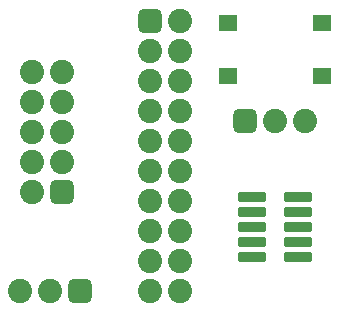
<source format=gts>
G04*
G04 #@! TF.GenerationSoftware,Altium Limited,Altium Designer,19.0.15 (446)*
G04*
G04 Layer_Color=8388736*
%FSLAX44Y44*%
%MOMM*%
G71*
G01*
G75*
%ADD12R,1.6000X1.3500*%
G04:AMPARAMS|DCode=13|XSize=0.81mm|YSize=2.45mm|CornerRadius=0.215mm|HoleSize=0mm|Usage=FLASHONLY|Rotation=270.000|XOffset=0mm|YOffset=0mm|HoleType=Round|Shape=RoundedRectangle|*
%AMROUNDEDRECTD13*
21,1,0.8100,2.0200,0,0,270.0*
21,1,0.3800,2.4500,0,0,270.0*
1,1,0.4300,-1.0100,-0.1900*
1,1,0.4300,-1.0100,0.1900*
1,1,0.4300,1.0100,0.1900*
1,1,0.4300,1.0100,-0.1900*
%
%ADD13ROUNDEDRECTD13*%
G04:AMPARAMS|DCode=14|XSize=2.05mm|YSize=2.05mm|CornerRadius=0.525mm|HoleSize=0mm|Usage=FLASHONLY|Rotation=180.000|XOffset=0mm|YOffset=0mm|HoleType=Round|Shape=RoundedRectangle|*
%AMROUNDEDRECTD14*
21,1,2.0500,1.0000,0,0,180.0*
21,1,1.0000,2.0500,0,0,180.0*
1,1,1.0500,-0.5000,0.5000*
1,1,1.0500,0.5000,0.5000*
1,1,1.0500,0.5000,-0.5000*
1,1,1.0500,-0.5000,-0.5000*
%
%ADD14ROUNDEDRECTD14*%
%ADD15C,2.0500*%
G04:AMPARAMS|DCode=16|XSize=2.05mm|YSize=2.05mm|CornerRadius=0.525mm|HoleSize=0mm|Usage=FLASHONLY|Rotation=270.000|XOffset=0mm|YOffset=0mm|HoleType=Round|Shape=RoundedRectangle|*
%AMROUNDEDRECTD16*
21,1,2.0500,1.0000,0,0,270.0*
21,1,1.0000,2.0500,0,0,270.0*
1,1,1.0500,-0.5000,-0.5000*
1,1,1.0500,-0.5000,0.5000*
1,1,1.0500,0.5000,0.5000*
1,1,1.0500,0.5000,-0.5000*
%
%ADD16ROUNDEDRECTD16*%
D12*
X319750Y227500D02*
D03*
X240250D02*
D03*
Y272500D02*
D03*
X319750D02*
D03*
D13*
X299500Y74600D02*
D03*
X260500D02*
D03*
X299500Y87300D02*
D03*
X260500D02*
D03*
X299500Y100000D02*
D03*
X260500D02*
D03*
X299500Y112700D02*
D03*
X260500D02*
D03*
X299500Y125400D02*
D03*
X260500D02*
D03*
D14*
X115400Y45700D02*
D03*
X254600Y190000D02*
D03*
D15*
X90000Y45700D02*
D03*
X64600D02*
D03*
X280000Y190000D02*
D03*
X305400D02*
D03*
X200000Y274300D02*
D03*
X174600Y248900D02*
D03*
X200000D02*
D03*
X174600Y223500D02*
D03*
X200000D02*
D03*
X174600Y198100D02*
D03*
X200000D02*
D03*
X174600Y172700D02*
D03*
X200000D02*
D03*
X174600Y147300D02*
D03*
X200000D02*
D03*
X174600Y121900D02*
D03*
X200000D02*
D03*
X174600Y96500D02*
D03*
X200000D02*
D03*
X174600Y71100D02*
D03*
X200000D02*
D03*
X174600Y45700D02*
D03*
X200000D02*
D03*
X100000Y180000D02*
D03*
X74600Y154600D02*
D03*
X100000D02*
D03*
X74600Y129200D02*
D03*
Y180000D02*
D03*
X100000Y205400D02*
D03*
X74600D02*
D03*
X100000Y230800D02*
D03*
X74600D02*
D03*
D16*
X174600Y274300D02*
D03*
X100000Y129200D02*
D03*
M02*

</source>
